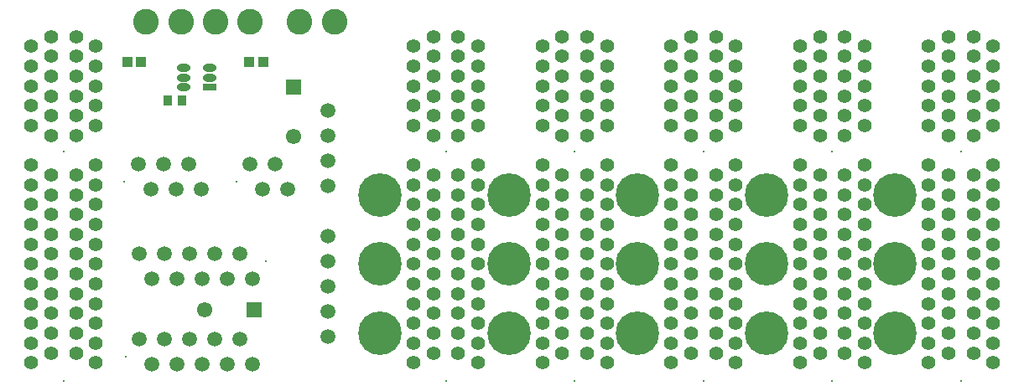
<source format=gts>
G04 Layer_Color=8388736*
%FSLAX24Y24*%
%MOIN*%
G70*
G01*
G75*
%ADD33O,0.0551X0.0315*%
%ADD34R,0.0551X0.0315*%
%ADD35R,0.0354X0.0433*%
%ADD36R,0.0394X0.0433*%
%ADD37R,0.0610X0.0610*%
%ADD38C,0.0610*%
%ADD39C,0.1024*%
%ADD40R,0.0610X0.0610*%
%ADD41C,0.1732*%
%ADD42C,0.0591*%
%ADD43C,0.0079*%
%ADD44C,0.0551*%
D33*
X6803Y13307D02*
D03*
Y12933D02*
D03*
Y12559D02*
D03*
X7835Y13307D02*
D03*
Y12933D02*
D03*
D34*
Y12559D02*
D03*
D35*
X6752Y12008D02*
D03*
X6161D02*
D03*
D36*
X5118Y13543D02*
D03*
X4567D02*
D03*
X9409Y13543D02*
D03*
X9961D02*
D03*
D37*
X9606Y3701D02*
D03*
D38*
X7638Y3701D02*
D03*
X11181Y10591D02*
D03*
D39*
X11417Y15157D02*
D03*
X12795D02*
D03*
X5315D02*
D03*
X8071D02*
D03*
X9449D02*
D03*
X6693D02*
D03*
D40*
X11181Y12559D02*
D03*
D41*
X14606Y2756D02*
D03*
Y5512D02*
D03*
Y8268D02*
D03*
X19724Y2756D02*
D03*
Y5512D02*
D03*
X19724Y8268D02*
D03*
X24843Y2756D02*
D03*
Y5512D02*
D03*
Y8268D02*
D03*
X29961Y2756D02*
D03*
X29961Y5512D02*
D03*
X29961Y8268D02*
D03*
X35079Y2756D02*
D03*
Y5512D02*
D03*
Y8268D02*
D03*
D42*
X12520Y2622D02*
D03*
Y3622D02*
D03*
Y4622D02*
D03*
Y5622D02*
D03*
Y6622D02*
D03*
Y8622D02*
D03*
Y9622D02*
D03*
Y10622D02*
D03*
Y11622D02*
D03*
X7500Y8488D02*
D03*
X7000Y9488D02*
D03*
X6500Y8488D02*
D03*
X6000Y9488D02*
D03*
X5500Y8488D02*
D03*
X5000Y9488D02*
D03*
X9449D02*
D03*
X9949Y8488D02*
D03*
X10449Y9488D02*
D03*
X10949Y8488D02*
D03*
X6028Y5921D02*
D03*
X6528Y4921D02*
D03*
X7028Y5921D02*
D03*
X7528Y4921D02*
D03*
X8028Y5921D02*
D03*
X8528Y4921D02*
D03*
X9028Y5921D02*
D03*
X9528Y4921D02*
D03*
X5528D02*
D03*
X5028Y5921D02*
D03*
X8539Y1520D02*
D03*
X8039Y2520D02*
D03*
X7539Y1520D02*
D03*
X7039Y2520D02*
D03*
X6539Y1520D02*
D03*
X6039Y2520D02*
D03*
X5539Y1520D02*
D03*
X5039Y2520D02*
D03*
X9039D02*
D03*
X9539Y1520D02*
D03*
D43*
X4449Y8780D02*
D03*
X8898D02*
D03*
X17224Y9980D02*
D03*
Y866D02*
D03*
X22343Y9980D02*
D03*
Y866D02*
D03*
X27461Y9980D02*
D03*
Y866D02*
D03*
X32579Y9980D02*
D03*
Y866D02*
D03*
X37697Y9980D02*
D03*
Y866D02*
D03*
X2028Y9980D02*
D03*
Y866D02*
D03*
X10079Y5630D02*
D03*
X4488Y1811D02*
D03*
D44*
X17717Y6693D02*
D03*
X16732D02*
D03*
X17717Y14567D02*
D03*
X18504Y14173D02*
D03*
X17717Y13780D02*
D03*
X18504Y13386D02*
D03*
X17717Y12992D02*
D03*
X18504Y12598D02*
D03*
X17717Y12205D02*
D03*
X18504Y11811D02*
D03*
X17717Y11417D02*
D03*
X18504Y11024D02*
D03*
X17717Y10630D02*
D03*
X18504Y9449D02*
D03*
X17717Y9055D02*
D03*
X18504Y8661D02*
D03*
X17717Y8268D02*
D03*
X18504Y7874D02*
D03*
X17717Y7480D02*
D03*
X18504Y7087D02*
D03*
Y6299D02*
D03*
X17717Y5906D02*
D03*
X18504Y5512D02*
D03*
X17717Y5118D02*
D03*
X18504Y4724D02*
D03*
X17717Y4331D02*
D03*
X18504Y3937D02*
D03*
X17717Y3543D02*
D03*
X18504Y3150D02*
D03*
X17717Y2756D02*
D03*
X18504Y2362D02*
D03*
X17717Y1969D02*
D03*
X18504Y1575D02*
D03*
X16732Y14567D02*
D03*
X15945Y14173D02*
D03*
X16732Y13780D02*
D03*
X15945Y13386D02*
D03*
X16732Y12992D02*
D03*
X15945Y12598D02*
D03*
X16732Y12205D02*
D03*
X15945Y11811D02*
D03*
X16732Y11417D02*
D03*
X15945Y11024D02*
D03*
X16732Y10630D02*
D03*
X15945Y9449D02*
D03*
X16732Y9055D02*
D03*
X15945Y8661D02*
D03*
X16732Y8268D02*
D03*
X15945Y7874D02*
D03*
X16732Y7480D02*
D03*
X15945Y7087D02*
D03*
Y6299D02*
D03*
X16732Y5906D02*
D03*
X15945Y5512D02*
D03*
X16732Y5118D02*
D03*
X15945Y4724D02*
D03*
X16732Y4331D02*
D03*
X15945Y3937D02*
D03*
X16732Y3543D02*
D03*
X15945Y3150D02*
D03*
X16732Y2756D02*
D03*
X15945Y2362D02*
D03*
X16732Y1969D02*
D03*
X15945Y1575D02*
D03*
X22835Y6693D02*
D03*
X21850D02*
D03*
X22835Y14567D02*
D03*
X23622Y14173D02*
D03*
X22835Y13780D02*
D03*
X23622Y13386D02*
D03*
X22835Y12992D02*
D03*
X23622Y12598D02*
D03*
X22835Y12205D02*
D03*
X23622Y11811D02*
D03*
X22835Y11417D02*
D03*
X23622Y11024D02*
D03*
X22835Y10630D02*
D03*
X23622Y9449D02*
D03*
X22835Y9055D02*
D03*
X23622Y8661D02*
D03*
X22835Y8268D02*
D03*
X23622Y7874D02*
D03*
X22835Y7480D02*
D03*
X23622Y7087D02*
D03*
Y6299D02*
D03*
X22835Y5906D02*
D03*
X23622Y5512D02*
D03*
X22835Y5118D02*
D03*
X23622Y4724D02*
D03*
X22835Y4331D02*
D03*
X23622Y3937D02*
D03*
X22835Y3543D02*
D03*
X23622Y3150D02*
D03*
X22835Y2756D02*
D03*
X23622Y2362D02*
D03*
X22835Y1969D02*
D03*
X23622Y1575D02*
D03*
X21850Y14567D02*
D03*
X21063Y14173D02*
D03*
X21850Y13780D02*
D03*
X21063Y13386D02*
D03*
X21850Y12992D02*
D03*
X21063Y12598D02*
D03*
X21850Y12205D02*
D03*
X21063Y11811D02*
D03*
X21850Y11417D02*
D03*
X21063Y11024D02*
D03*
X21850Y10630D02*
D03*
X21063Y9449D02*
D03*
X21850Y9055D02*
D03*
X21063Y8661D02*
D03*
X21850Y8268D02*
D03*
X21063Y7874D02*
D03*
X21850Y7480D02*
D03*
X21063Y7087D02*
D03*
Y6299D02*
D03*
X21850Y5906D02*
D03*
X21063Y5512D02*
D03*
X21850Y5118D02*
D03*
X21063Y4724D02*
D03*
X21850Y4331D02*
D03*
X21063Y3937D02*
D03*
X21850Y3543D02*
D03*
X21063Y3150D02*
D03*
X21850Y2756D02*
D03*
X21063Y2362D02*
D03*
X21850Y1969D02*
D03*
X21063Y1575D02*
D03*
X27953Y6693D02*
D03*
X26969D02*
D03*
X27953Y14567D02*
D03*
X28740Y14173D02*
D03*
X27953Y13780D02*
D03*
X28740Y13386D02*
D03*
X27953Y12992D02*
D03*
X28740Y12598D02*
D03*
X27953Y12205D02*
D03*
X28740Y11811D02*
D03*
X27953Y11417D02*
D03*
X28740Y11024D02*
D03*
X27953Y10630D02*
D03*
X28740Y9449D02*
D03*
X27953Y9055D02*
D03*
X28740Y8661D02*
D03*
X27953Y8268D02*
D03*
X28740Y7874D02*
D03*
X27953Y7480D02*
D03*
X28740Y7087D02*
D03*
Y6299D02*
D03*
X27953Y5906D02*
D03*
X28740Y5512D02*
D03*
X27953Y5118D02*
D03*
X28740Y4724D02*
D03*
X27953Y4331D02*
D03*
X28740Y3937D02*
D03*
X27953Y3543D02*
D03*
X28740Y3150D02*
D03*
X27953Y2756D02*
D03*
X28740Y2362D02*
D03*
X27953Y1969D02*
D03*
X28740Y1575D02*
D03*
X26969Y14567D02*
D03*
X26181Y14173D02*
D03*
X26969Y13780D02*
D03*
X26181Y13386D02*
D03*
X26969Y12992D02*
D03*
X26181Y12598D02*
D03*
X26969Y12205D02*
D03*
X26181Y11811D02*
D03*
X26969Y11417D02*
D03*
X26181Y11024D02*
D03*
X26969Y10630D02*
D03*
X26181Y9449D02*
D03*
X26969Y9055D02*
D03*
X26181Y8661D02*
D03*
X26969Y8268D02*
D03*
X26181Y7874D02*
D03*
X26969Y7480D02*
D03*
X26181Y7087D02*
D03*
Y6299D02*
D03*
X26969Y5906D02*
D03*
X26181Y5512D02*
D03*
X26969Y5118D02*
D03*
X26181Y4724D02*
D03*
X26969Y4331D02*
D03*
X26181Y3937D02*
D03*
X26969Y3543D02*
D03*
X26181Y3150D02*
D03*
X26969Y2756D02*
D03*
X26181Y2362D02*
D03*
X26969Y1969D02*
D03*
X26181Y1575D02*
D03*
X33071Y6693D02*
D03*
X32087D02*
D03*
X33071Y14567D02*
D03*
X33858Y14173D02*
D03*
X33071Y13780D02*
D03*
X33858Y13386D02*
D03*
X33071Y12992D02*
D03*
X33858Y12598D02*
D03*
X33071Y12205D02*
D03*
X33858Y11811D02*
D03*
X33071Y11417D02*
D03*
X33858Y11024D02*
D03*
X33071Y10630D02*
D03*
X33858Y9449D02*
D03*
X33071Y9055D02*
D03*
X33858Y8661D02*
D03*
X33071Y8268D02*
D03*
X33858Y7874D02*
D03*
X33071Y7480D02*
D03*
X33858Y7087D02*
D03*
Y6299D02*
D03*
X33071Y5906D02*
D03*
X33858Y5512D02*
D03*
X33071Y5118D02*
D03*
X33858Y4724D02*
D03*
X33071Y4331D02*
D03*
X33858Y3937D02*
D03*
X33071Y3543D02*
D03*
X33858Y3150D02*
D03*
X33071Y2756D02*
D03*
X33858Y2362D02*
D03*
X33071Y1969D02*
D03*
X33858Y1575D02*
D03*
X32087Y14567D02*
D03*
X31299Y14173D02*
D03*
X32087Y13780D02*
D03*
X31299Y13386D02*
D03*
X32087Y12992D02*
D03*
X31299Y12598D02*
D03*
X32087Y12205D02*
D03*
X31299Y11811D02*
D03*
X32087Y11417D02*
D03*
X31299Y11024D02*
D03*
X32087Y10630D02*
D03*
X31299Y9449D02*
D03*
X32087Y9055D02*
D03*
X31299Y8661D02*
D03*
X32087Y8268D02*
D03*
X31299Y7874D02*
D03*
X32087Y7480D02*
D03*
X31299Y7087D02*
D03*
Y6299D02*
D03*
X32087Y5906D02*
D03*
X31299Y5512D02*
D03*
X32087Y5118D02*
D03*
X31299Y4724D02*
D03*
X32087Y4331D02*
D03*
X31299Y3937D02*
D03*
X32087Y3543D02*
D03*
X31299Y3150D02*
D03*
X32087Y2756D02*
D03*
X31299Y2362D02*
D03*
X32087Y1969D02*
D03*
X31299Y1575D02*
D03*
X38189Y6693D02*
D03*
X37205D02*
D03*
X38189Y14567D02*
D03*
X38976Y14173D02*
D03*
X38189Y13780D02*
D03*
X38976Y13386D02*
D03*
X38189Y12992D02*
D03*
X38976Y12598D02*
D03*
X38189Y12205D02*
D03*
X38976Y11811D02*
D03*
X38189Y11417D02*
D03*
X38976Y11024D02*
D03*
X38189Y10630D02*
D03*
X38976Y9449D02*
D03*
X38189Y9055D02*
D03*
X38976Y8661D02*
D03*
X38189Y8268D02*
D03*
X38976Y7874D02*
D03*
X38189Y7480D02*
D03*
X38976Y7087D02*
D03*
Y6299D02*
D03*
X38189Y5906D02*
D03*
X38976Y5512D02*
D03*
X38189Y5118D02*
D03*
X38976Y4724D02*
D03*
X38189Y4331D02*
D03*
X38976Y3937D02*
D03*
X38189Y3543D02*
D03*
X38976Y3150D02*
D03*
X38189Y2756D02*
D03*
X38976Y2362D02*
D03*
X38189Y1969D02*
D03*
X38976Y1575D02*
D03*
X37205Y14567D02*
D03*
X36417Y14173D02*
D03*
X37205Y13780D02*
D03*
X36417Y13386D02*
D03*
X37205Y12992D02*
D03*
X36417Y12598D02*
D03*
X37205Y12205D02*
D03*
X36417Y11811D02*
D03*
X37205Y11417D02*
D03*
X36417Y11024D02*
D03*
X37205Y10630D02*
D03*
X36417Y9449D02*
D03*
X37205Y9055D02*
D03*
X36417Y8661D02*
D03*
X37205Y8268D02*
D03*
X36417Y7874D02*
D03*
X37205Y7480D02*
D03*
X36417Y7087D02*
D03*
Y6299D02*
D03*
X37205Y5906D02*
D03*
X36417Y5512D02*
D03*
X37205Y5118D02*
D03*
X36417Y4724D02*
D03*
X37205Y4331D02*
D03*
X36417Y3937D02*
D03*
X37205Y3543D02*
D03*
X36417Y3150D02*
D03*
X37205Y2756D02*
D03*
X36417Y2362D02*
D03*
X37205Y1969D02*
D03*
X36417Y1575D02*
D03*
X2520Y6693D02*
D03*
X1535D02*
D03*
X2520Y14567D02*
D03*
X3307Y14173D02*
D03*
X2520Y13780D02*
D03*
X3307Y13386D02*
D03*
X2520Y12992D02*
D03*
X3307Y12598D02*
D03*
X2520Y12205D02*
D03*
X3307Y11811D02*
D03*
X2520Y11417D02*
D03*
X3307Y11024D02*
D03*
X2520Y10630D02*
D03*
X3307Y9449D02*
D03*
X2520Y9055D02*
D03*
X3307Y8661D02*
D03*
X2520Y8268D02*
D03*
X3307Y7874D02*
D03*
X2520Y7480D02*
D03*
X3307Y7087D02*
D03*
Y6299D02*
D03*
X2520Y5906D02*
D03*
X3307Y5512D02*
D03*
X2520Y5118D02*
D03*
X3307Y4724D02*
D03*
X2520Y4331D02*
D03*
X3307Y3937D02*
D03*
X2520Y3543D02*
D03*
X3307Y3150D02*
D03*
X2520Y2756D02*
D03*
X3307Y2362D02*
D03*
X2520Y1969D02*
D03*
X3307Y1575D02*
D03*
X1535Y14567D02*
D03*
X748Y14173D02*
D03*
X1535Y13780D02*
D03*
X748Y13386D02*
D03*
X1535Y12992D02*
D03*
X748Y12598D02*
D03*
X1535Y12205D02*
D03*
X748Y11811D02*
D03*
X1535Y11417D02*
D03*
X748Y11024D02*
D03*
X1535Y10630D02*
D03*
X748Y9449D02*
D03*
X1535Y9055D02*
D03*
X748Y8661D02*
D03*
X1535Y8268D02*
D03*
X748Y7874D02*
D03*
X1535Y7480D02*
D03*
X748Y7087D02*
D03*
Y6299D02*
D03*
X1535Y5906D02*
D03*
X748Y5512D02*
D03*
X1535Y5118D02*
D03*
X748Y4724D02*
D03*
X1535Y4331D02*
D03*
X748Y3937D02*
D03*
X1535Y3543D02*
D03*
X748Y3150D02*
D03*
X1535Y2756D02*
D03*
X748Y2362D02*
D03*
X1535Y1969D02*
D03*
X748Y1575D02*
D03*
M02*

</source>
